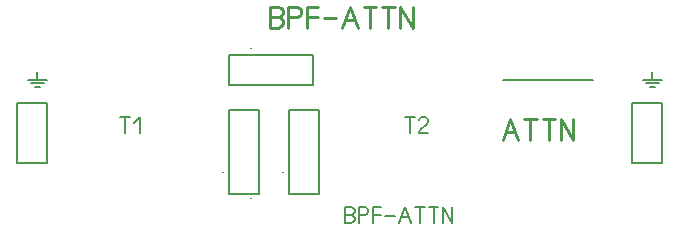
<source format=gbr>
%FSLAX34Y34*%
%MOMM*%
%LNSILK_TOP*%
G71*
G01*
%ADD10C,0.167*%
%ADD11C,0.150*%
%ADD12C,0.222*%
%ADD13C,0.200*%
%LPD*%
G54D10*
X225300Y33179D02*
X225300Y33179D01*
G54D11*
X277956Y129388D02*
X277956Y154788D01*
X206356Y154788D01*
X206356Y129388D01*
X277956Y129388D01*
G54D10*
X225300Y160179D02*
X225300Y160179D01*
G54D11*
X232210Y108338D02*
X206810Y108338D01*
X206810Y36738D01*
X232210Y36738D01*
X232210Y108338D01*
G54D10*
X201419Y55682D02*
X201419Y55682D01*
G54D11*
X283010Y108338D02*
X257610Y108338D01*
X257610Y36738D01*
X283010Y36738D01*
X283010Y108338D01*
G54D10*
X252219Y55682D02*
X252219Y55682D01*
G54D12*
X438150Y82650D02*
X444817Y100428D01*
X451483Y82650D01*
G54D12*
X440817Y89317D02*
X448817Y89317D01*
G54D12*
X461705Y82650D02*
X461705Y100428D01*
G54D12*
X456372Y100428D02*
X467039Y100428D01*
G54D12*
X477261Y82650D02*
X477261Y100428D01*
G54D12*
X471928Y100428D02*
X482595Y100428D01*
G54D12*
X487484Y82650D02*
X487484Y100428D01*
X498151Y82650D01*
X498151Y100428D01*
G54D11*
X27054Y113687D02*
X52454Y113687D01*
X52454Y62887D01*
X27054Y62887D01*
X27054Y113687D01*
G54D13*
X44204Y140135D02*
X44204Y133785D01*
G54D13*
X52141Y133785D02*
X36266Y133785D01*
G54D13*
X38647Y130610D02*
X49760Y130610D01*
G54D13*
X46585Y127435D02*
X41823Y127435D01*
G54D11*
X547754Y113687D02*
X573154Y113687D01*
X573154Y62887D01*
X547754Y62887D01*
X547754Y113687D01*
G54D13*
X564904Y140135D02*
X564904Y133785D01*
G54D13*
X572841Y133785D02*
X556966Y133785D01*
G54D13*
X559348Y130610D02*
X570460Y130610D01*
G54D13*
X567285Y127435D02*
X562523Y127435D01*
G54D11*
X438150Y133450D02*
X514350Y133450D01*
G54D12*
X241300Y177800D02*
X241300Y195578D01*
X247967Y195578D01*
X250633Y194467D01*
X251967Y192244D01*
X251967Y190022D01*
X250633Y187800D01*
X247967Y186689D01*
X250633Y185578D01*
X251967Y183356D01*
X251967Y181133D01*
X250633Y178911D01*
X247967Y177800D01*
X241300Y177800D01*
G54D12*
X241300Y186689D02*
X247967Y186689D01*
G54D12*
X256856Y177800D02*
X256856Y195578D01*
X263523Y195578D01*
X266189Y194467D01*
X267523Y192244D01*
X267523Y190022D01*
X266189Y187800D01*
X263523Y186689D01*
X256856Y186689D01*
G54D12*
X272412Y177800D02*
X272412Y195578D01*
X281745Y195578D01*
G54D12*
X272412Y186689D02*
X281745Y186689D01*
G54D12*
X286634Y185578D02*
X297301Y185578D01*
G54D12*
X302190Y177800D02*
X308857Y195578D01*
X315523Y177800D01*
G54D12*
X304857Y184467D02*
X312857Y184467D01*
G54D12*
X325745Y177800D02*
X325745Y195578D01*
G54D12*
X320412Y195578D02*
X331079Y195578D01*
G54D12*
X341301Y177800D02*
X341301Y195578D01*
G54D12*
X335968Y195578D02*
X346635Y195578D01*
G54D12*
X351524Y177800D02*
X351524Y195578D01*
X362191Y177800D01*
X362191Y195578D01*
G54D10*
X304800Y12700D02*
X304800Y26033D01*
X309800Y26033D01*
X311800Y25200D01*
X312800Y23533D01*
X312800Y21867D01*
X311800Y20200D01*
X309800Y19367D01*
X311800Y18533D01*
X312800Y16867D01*
X312800Y15200D01*
X311800Y13533D01*
X309800Y12700D01*
X304800Y12700D01*
G54D10*
X304800Y19367D02*
X309800Y19367D01*
G54D10*
X316467Y12700D02*
X316467Y26033D01*
X321467Y26033D01*
X323467Y25200D01*
X324467Y23533D01*
X324467Y21867D01*
X323467Y20200D01*
X321467Y19367D01*
X316467Y19367D01*
G54D10*
X328134Y12700D02*
X328134Y26033D01*
X335134Y26033D01*
G54D10*
X328134Y19367D02*
X335134Y19367D01*
G54D10*
X338801Y18533D02*
X346801Y18533D01*
G54D10*
X350468Y12700D02*
X355468Y26033D01*
X360468Y12700D01*
G54D10*
X352468Y17700D02*
X358468Y17700D01*
G54D10*
X368135Y12700D02*
X368135Y26033D01*
G54D10*
X364135Y26033D02*
X372135Y26033D01*
G54D10*
X379802Y12700D02*
X379802Y26033D01*
G54D10*
X375802Y26033D02*
X383802Y26033D01*
G54D10*
X387469Y12700D02*
X387469Y26033D01*
X395469Y12700D01*
X395469Y26033D01*
G54D10*
X118300Y88900D02*
X118300Y102233D01*
G54D10*
X114300Y102233D02*
X122300Y102233D01*
G54D10*
X125967Y97233D02*
X130967Y102233D01*
X130967Y88900D01*
G54D10*
X359600Y88900D02*
X359600Y102233D01*
G54D10*
X355600Y102233D02*
X363600Y102233D01*
G54D10*
X375267Y88900D02*
X367267Y88900D01*
X367267Y89733D01*
X368267Y91400D01*
X374267Y96400D01*
X375267Y98067D01*
X375267Y99733D01*
X374267Y101400D01*
X372267Y102233D01*
X370267Y102233D01*
X368267Y101400D01*
X367267Y99733D01*
M02*

</source>
